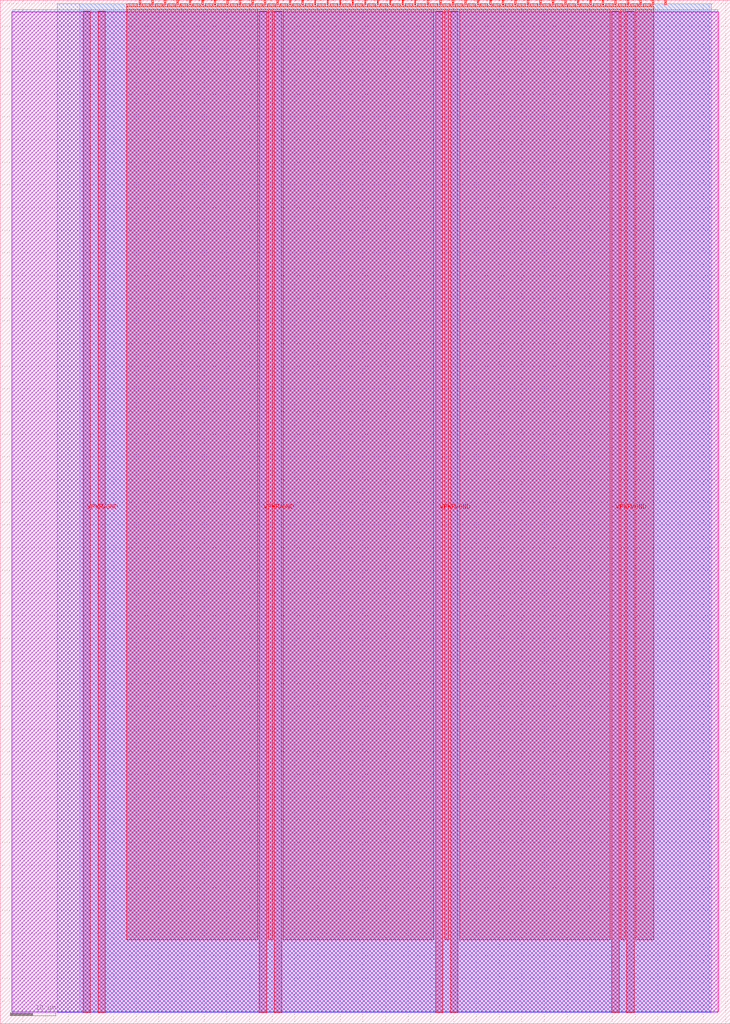
<source format=lef>
VERSION 5.7 ;
  NOWIREEXTENSIONATPIN ON ;
  DIVIDERCHAR "/" ;
  BUSBITCHARS "[]" ;
MACRO tt_um_proppy_megabytebeat
  CLASS BLOCK ;
  FOREIGN tt_um_proppy_megabytebeat ;
  ORIGIN 0.000 0.000 ;
  SIZE 161.000 BY 225.760 ;
  PIN VGND
    DIRECTION INOUT ;
    USE GROUND ;
    PORT
      LAYER met4 ;
        RECT 21.580 2.480 23.180 223.280 ;
    END
    PORT
      LAYER met4 ;
        RECT 60.450 2.480 62.050 223.280 ;
    END
    PORT
      LAYER met4 ;
        RECT 99.320 2.480 100.920 223.280 ;
    END
    PORT
      LAYER met4 ;
        RECT 138.190 2.480 139.790 223.280 ;
    END
  END VGND
  PIN VPWR
    DIRECTION INOUT ;
    USE POWER ;
    PORT
      LAYER met4 ;
        RECT 18.280 2.480 19.880 223.280 ;
    END
    PORT
      LAYER met4 ;
        RECT 57.150 2.480 58.750 223.280 ;
    END
    PORT
      LAYER met4 ;
        RECT 96.020 2.480 97.620 223.280 ;
    END
    PORT
      LAYER met4 ;
        RECT 134.890 2.480 136.490 223.280 ;
    END
  END VPWR
  PIN clk
    DIRECTION INPUT ;
    USE SIGNAL ;
    ANTENNAGATEAREA 0.852000 ;
    PORT
      LAYER met4 ;
        RECT 143.830 224.760 144.130 225.760 ;
    END
  END clk
  PIN ena
    DIRECTION INPUT ;
    USE SIGNAL ;
    PORT
      LAYER met4 ;
        RECT 146.590 224.760 146.890 225.760 ;
    END
  END ena
  PIN rst_n
    DIRECTION INPUT ;
    USE SIGNAL ;
    ANTENNAGATEAREA 0.213000 ;
    PORT
      LAYER met4 ;
        RECT 141.070 224.760 141.370 225.760 ;
    END
  END rst_n
  PIN ui_in[0]
    DIRECTION INPUT ;
    USE SIGNAL ;
    ANTENNAGATEAREA 0.196500 ;
    PORT
      LAYER met4 ;
        RECT 138.310 224.760 138.610 225.760 ;
    END
  END ui_in[0]
  PIN ui_in[1]
    DIRECTION INPUT ;
    USE SIGNAL ;
    ANTENNAGATEAREA 0.196500 ;
    PORT
      LAYER met4 ;
        RECT 135.550 224.760 135.850 225.760 ;
    END
  END ui_in[1]
  PIN ui_in[2]
    DIRECTION INPUT ;
    USE SIGNAL ;
    ANTENNAGATEAREA 0.196500 ;
    PORT
      LAYER met4 ;
        RECT 132.790 224.760 133.090 225.760 ;
    END
  END ui_in[2]
  PIN ui_in[3]
    DIRECTION INPUT ;
    USE SIGNAL ;
    ANTENNAGATEAREA 0.196500 ;
    PORT
      LAYER met4 ;
        RECT 130.030 224.760 130.330 225.760 ;
    END
  END ui_in[3]
  PIN ui_in[4]
    DIRECTION INPUT ;
    USE SIGNAL ;
    ANTENNAGATEAREA 0.196500 ;
    PORT
      LAYER met4 ;
        RECT 127.270 224.760 127.570 225.760 ;
    END
  END ui_in[4]
  PIN ui_in[5]
    DIRECTION INPUT ;
    USE SIGNAL ;
    ANTENNAGATEAREA 0.196500 ;
    PORT
      LAYER met4 ;
        RECT 124.510 224.760 124.810 225.760 ;
    END
  END ui_in[5]
  PIN ui_in[6]
    DIRECTION INPUT ;
    USE SIGNAL ;
    ANTENNAGATEAREA 0.196500 ;
    PORT
      LAYER met4 ;
        RECT 121.750 224.760 122.050 225.760 ;
    END
  END ui_in[6]
  PIN ui_in[7]
    DIRECTION INPUT ;
    USE SIGNAL ;
    ANTENNAGATEAREA 0.196500 ;
    PORT
      LAYER met4 ;
        RECT 118.990 224.760 119.290 225.760 ;
    END
  END ui_in[7]
  PIN uio_in[0]
    DIRECTION INPUT ;
    USE SIGNAL ;
    ANTENNAGATEAREA 0.196500 ;
    PORT
      LAYER met4 ;
        RECT 116.230 224.760 116.530 225.760 ;
    END
  END uio_in[0]
  PIN uio_in[1]
    DIRECTION INPUT ;
    USE SIGNAL ;
    ANTENNAGATEAREA 0.196500 ;
    PORT
      LAYER met4 ;
        RECT 113.470 224.760 113.770 225.760 ;
    END
  END uio_in[1]
  PIN uio_in[2]
    DIRECTION INPUT ;
    USE SIGNAL ;
    ANTENNAGATEAREA 0.196500 ;
    PORT
      LAYER met4 ;
        RECT 110.710 224.760 111.010 225.760 ;
    END
  END uio_in[2]
  PIN uio_in[3]
    DIRECTION INPUT ;
    USE SIGNAL ;
    ANTENNAGATEAREA 0.196500 ;
    PORT
      LAYER met4 ;
        RECT 107.950 224.760 108.250 225.760 ;
    END
  END uio_in[3]
  PIN uio_in[4]
    DIRECTION INPUT ;
    USE SIGNAL ;
    ANTENNAGATEAREA 0.196500 ;
    PORT
      LAYER met4 ;
        RECT 105.190 224.760 105.490 225.760 ;
    END
  END uio_in[4]
  PIN uio_in[5]
    DIRECTION INPUT ;
    USE SIGNAL ;
    ANTENNAGATEAREA 0.196500 ;
    PORT
      LAYER met4 ;
        RECT 102.430 224.760 102.730 225.760 ;
    END
  END uio_in[5]
  PIN uio_in[6]
    DIRECTION INPUT ;
    USE SIGNAL ;
    ANTENNAGATEAREA 0.196500 ;
    PORT
      LAYER met4 ;
        RECT 99.670 224.760 99.970 225.760 ;
    END
  END uio_in[6]
  PIN uio_in[7]
    DIRECTION INPUT ;
    USE SIGNAL ;
    ANTENNAGATEAREA 0.196500 ;
    PORT
      LAYER met4 ;
        RECT 96.910 224.760 97.210 225.760 ;
    END
  END uio_in[7]
  PIN uio_oe[0]
    DIRECTION OUTPUT ;
    USE SIGNAL ;
    PORT
      LAYER met4 ;
        RECT 49.990 224.760 50.290 225.760 ;
    END
  END uio_oe[0]
  PIN uio_oe[1]
    DIRECTION OUTPUT ;
    USE SIGNAL ;
    PORT
      LAYER met4 ;
        RECT 47.230 224.760 47.530 225.760 ;
    END
  END uio_oe[1]
  PIN uio_oe[2]
    DIRECTION OUTPUT ;
    USE SIGNAL ;
    PORT
      LAYER met4 ;
        RECT 44.470 224.760 44.770 225.760 ;
    END
  END uio_oe[2]
  PIN uio_oe[3]
    DIRECTION OUTPUT ;
    USE SIGNAL ;
    PORT
      LAYER met4 ;
        RECT 41.710 224.760 42.010 225.760 ;
    END
  END uio_oe[3]
  PIN uio_oe[4]
    DIRECTION OUTPUT ;
    USE SIGNAL ;
    PORT
      LAYER met4 ;
        RECT 38.950 224.760 39.250 225.760 ;
    END
  END uio_oe[4]
  PIN uio_oe[5]
    DIRECTION OUTPUT ;
    USE SIGNAL ;
    PORT
      LAYER met4 ;
        RECT 36.190 224.760 36.490 225.760 ;
    END
  END uio_oe[5]
  PIN uio_oe[6]
    DIRECTION OUTPUT ;
    USE SIGNAL ;
    PORT
      LAYER met4 ;
        RECT 33.430 224.760 33.730 225.760 ;
    END
  END uio_oe[6]
  PIN uio_oe[7]
    DIRECTION OUTPUT ;
    USE SIGNAL ;
    PORT
      LAYER met4 ;
        RECT 30.670 224.760 30.970 225.760 ;
    END
  END uio_oe[7]
  PIN uio_out[0]
    DIRECTION OUTPUT ;
    USE SIGNAL ;
    PORT
      LAYER met4 ;
        RECT 72.070 224.760 72.370 225.760 ;
    END
  END uio_out[0]
  PIN uio_out[1]
    DIRECTION OUTPUT ;
    USE SIGNAL ;
    PORT
      LAYER met4 ;
        RECT 69.310 224.760 69.610 225.760 ;
    END
  END uio_out[1]
  PIN uio_out[2]
    DIRECTION OUTPUT ;
    USE SIGNAL ;
    PORT
      LAYER met4 ;
        RECT 66.550 224.760 66.850 225.760 ;
    END
  END uio_out[2]
  PIN uio_out[3]
    DIRECTION OUTPUT ;
    USE SIGNAL ;
    PORT
      LAYER met4 ;
        RECT 63.790 224.760 64.090 225.760 ;
    END
  END uio_out[3]
  PIN uio_out[4]
    DIRECTION OUTPUT ;
    USE SIGNAL ;
    PORT
      LAYER met4 ;
        RECT 61.030 224.760 61.330 225.760 ;
    END
  END uio_out[4]
  PIN uio_out[5]
    DIRECTION OUTPUT ;
    USE SIGNAL ;
    PORT
      LAYER met4 ;
        RECT 58.270 224.760 58.570 225.760 ;
    END
  END uio_out[5]
  PIN uio_out[6]
    DIRECTION OUTPUT ;
    USE SIGNAL ;
    PORT
      LAYER met4 ;
        RECT 55.510 224.760 55.810 225.760 ;
    END
  END uio_out[6]
  PIN uio_out[7]
    DIRECTION OUTPUT ;
    USE SIGNAL ;
    PORT
      LAYER met4 ;
        RECT 52.750 224.760 53.050 225.760 ;
    END
  END uio_out[7]
  PIN uo_out[0]
    DIRECTION OUTPUT ;
    USE SIGNAL ;
    ANTENNADIFFAREA 0.795200 ;
    PORT
      LAYER met4 ;
        RECT 94.150 224.760 94.450 225.760 ;
    END
  END uo_out[0]
  PIN uo_out[1]
    DIRECTION OUTPUT ;
    USE SIGNAL ;
    PORT
      LAYER met4 ;
        RECT 91.390 224.760 91.690 225.760 ;
    END
  END uo_out[1]
  PIN uo_out[2]
    DIRECTION OUTPUT ;
    USE SIGNAL ;
    PORT
      LAYER met4 ;
        RECT 88.630 224.760 88.930 225.760 ;
    END
  END uo_out[2]
  PIN uo_out[3]
    DIRECTION OUTPUT ;
    USE SIGNAL ;
    ANTENNADIFFAREA 0.445500 ;
    PORT
      LAYER met4 ;
        RECT 85.870 224.760 86.170 225.760 ;
    END
  END uo_out[3]
  PIN uo_out[4]
    DIRECTION OUTPUT ;
    USE SIGNAL ;
    PORT
      LAYER met4 ;
        RECT 83.110 224.760 83.410 225.760 ;
    END
  END uo_out[4]
  PIN uo_out[5]
    DIRECTION OUTPUT ;
    USE SIGNAL ;
    PORT
      LAYER met4 ;
        RECT 80.350 224.760 80.650 225.760 ;
    END
  END uo_out[5]
  PIN uo_out[6]
    DIRECTION OUTPUT ;
    USE SIGNAL ;
    PORT
      LAYER met4 ;
        RECT 77.590 224.760 77.890 225.760 ;
    END
  END uo_out[6]
  PIN uo_out[7]
    DIRECTION OUTPUT ;
    USE SIGNAL ;
    ANTENNADIFFAREA 0.445500 ;
    PORT
      LAYER met4 ;
        RECT 74.830 224.760 75.130 225.760 ;
    END
  END uo_out[7]
  OBS
      LAYER nwell ;
        RECT 2.570 2.635 158.430 223.230 ;
      LAYER li1 ;
        RECT 2.760 2.635 158.240 223.125 ;
      LAYER met1 ;
        RECT 2.760 2.480 158.240 223.680 ;
      LAYER met2 ;
        RECT 12.520 2.535 156.760 224.925 ;
      LAYER met3 ;
        RECT 17.545 2.555 156.335 224.905 ;
      LAYER met4 ;
        RECT 27.895 224.360 30.270 224.905 ;
        RECT 31.370 224.360 33.030 224.905 ;
        RECT 34.130 224.360 35.790 224.905 ;
        RECT 36.890 224.360 38.550 224.905 ;
        RECT 39.650 224.360 41.310 224.905 ;
        RECT 42.410 224.360 44.070 224.905 ;
        RECT 45.170 224.360 46.830 224.905 ;
        RECT 47.930 224.360 49.590 224.905 ;
        RECT 50.690 224.360 52.350 224.905 ;
        RECT 53.450 224.360 55.110 224.905 ;
        RECT 56.210 224.360 57.870 224.905 ;
        RECT 58.970 224.360 60.630 224.905 ;
        RECT 61.730 224.360 63.390 224.905 ;
        RECT 64.490 224.360 66.150 224.905 ;
        RECT 67.250 224.360 68.910 224.905 ;
        RECT 70.010 224.360 71.670 224.905 ;
        RECT 72.770 224.360 74.430 224.905 ;
        RECT 75.530 224.360 77.190 224.905 ;
        RECT 78.290 224.360 79.950 224.905 ;
        RECT 81.050 224.360 82.710 224.905 ;
        RECT 83.810 224.360 85.470 224.905 ;
        RECT 86.570 224.360 88.230 224.905 ;
        RECT 89.330 224.360 90.990 224.905 ;
        RECT 92.090 224.360 93.750 224.905 ;
        RECT 94.850 224.360 96.510 224.905 ;
        RECT 97.610 224.360 99.270 224.905 ;
        RECT 100.370 224.360 102.030 224.905 ;
        RECT 103.130 224.360 104.790 224.905 ;
        RECT 105.890 224.360 107.550 224.905 ;
        RECT 108.650 224.360 110.310 224.905 ;
        RECT 111.410 224.360 113.070 224.905 ;
        RECT 114.170 224.360 115.830 224.905 ;
        RECT 116.930 224.360 118.590 224.905 ;
        RECT 119.690 224.360 121.350 224.905 ;
        RECT 122.450 224.360 124.110 224.905 ;
        RECT 125.210 224.360 126.870 224.905 ;
        RECT 127.970 224.360 129.630 224.905 ;
        RECT 130.730 224.360 132.390 224.905 ;
        RECT 133.490 224.360 135.150 224.905 ;
        RECT 136.250 224.360 137.910 224.905 ;
        RECT 139.010 224.360 140.670 224.905 ;
        RECT 141.770 224.360 143.430 224.905 ;
        RECT 27.895 223.680 144.145 224.360 ;
        RECT 27.895 18.535 56.750 223.680 ;
        RECT 59.150 18.535 60.050 223.680 ;
        RECT 62.450 18.535 95.620 223.680 ;
        RECT 98.020 18.535 98.920 223.680 ;
        RECT 101.320 18.535 134.490 223.680 ;
        RECT 136.890 18.535 137.790 223.680 ;
        RECT 140.190 18.535 144.145 223.680 ;
  END
END tt_um_proppy_megabytebeat
END LIBRARY


</source>
